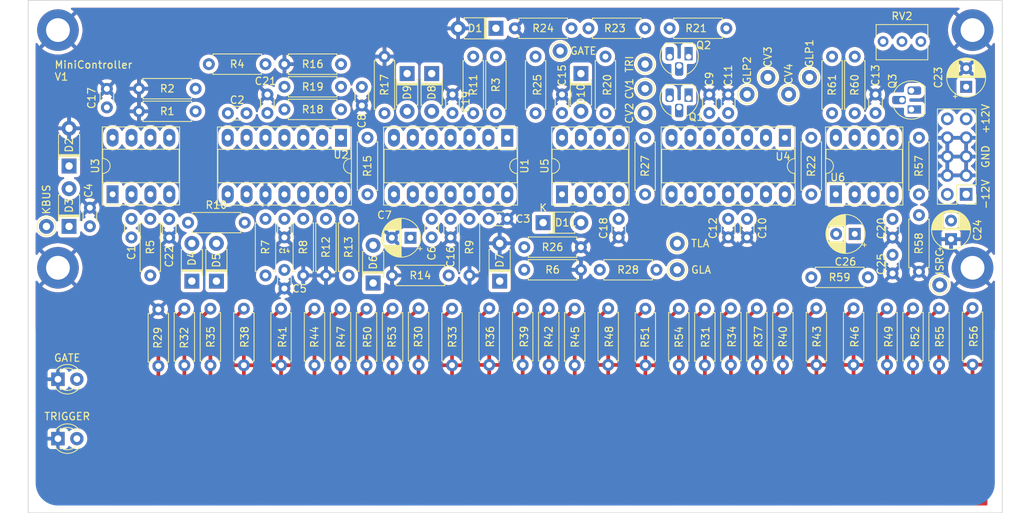
<source format=kicad_pcb>
(kicad_pcb (version 20221018) (generator pcbnew)
  (layers (0 "F.Cu" signal) (31 "B.Cu" signal) (34 "B.Paste" user) (35 "F.Paste" user) (36 "B.SilkS" user "B.Silkscreen") (37 "F.SilkS" user "F.Silkscreen") (38 "B.Mask" user) (39 "F.Mask" user) (44 "Edge.Cuts" user))
  (net 0 "")
  (net 1 "Net-(R60-Pad1)")
  (net 2 "+12V")
  (net 3 "GND")
  (net 4 "-12V")
  (net 5 "KBUS")
  (net 6 "Net-(Q2-D)")
  (net 7 "GLP2")
  (net 8 "Net-(U2A--)")
  (net 9 "Net-(D6-K)")
  (net 10 "Net-(D7-K)")
  (net 11 "Net-(D1-K)")
  (net 12 "Net-(D4-A)")
  (net 13 "Net-(D6-A)")
  (net 14 "Net-(D8-K)")
  (net 15 "Net-(D8-A)")
  (net 16 "Net-(D9-K)")
  (net 17 "Net-(D10-K)")
  (net 18 "Net-(D10-A)")
  (net 19 "Net-(D11-K)")
  (net 20 "Net-(D11-A)")
  (net 21 "TLA")
  (net 22 "GLA")
  (net 23 "CV1")
  (net 24 "CV2")
  (net 25 "CV3")
  (net 26 "CV4")
  (net 27 "GATE")
  (net 28 "TRIG")
  (net 29 "GLP1")
  (net 30 "Net-(Q2-S)")
  (net 31 "ISRC")
  (net 32 "K2")
  (net 33 "K3")
  (net 34 "K4")
  (net 35 "K5")
  (net 36 "K6")
  (net 37 "K7")
  (net 38 "K8")
  (net 39 "K9")
  (net 40 "K10")
  (net 41 "K11")
  (net 42 "K12")
  (net 43 "K13")
  (net 44 "K14")
  (net 45 "K15")
  (net 46 "K16")
  (net 47 "K17")
  (net 48 "K18")
  (net 49 "K19")
  (net 50 "K20")
  (net 51 "K21")
  (net 52 "K22")
  (net 53 "K23")
  (net 54 "K24")
  (net 55 "K25")
  (net 56 "K26")
  (net 57 "K27")
  (net 58 "K28")
  (net 59 "Net-(U1A-+)")
  (net 60 "Net-(U2B-+)")
  (net 61 "Net-(U2B--)")
  (net 62 "Net-(D5-A)")
  (net 63 "Net-(D4-K)")
  (net 64 "Net-(C6-Pad1)")
  (net 65 "Net-(U1B--)")
  (net 66 "Net-(U6-+)")
  (net 67 "Net-(U6--)")
  (net 68 "Net-(Q3-B)")
  (net 69 "Net-(D2-K)")
  (net 70 "Net-(Q1-D)")
  (net 71 "Net-(Q1-G)")
  (net 72 "Net-(Q3-C)")
  (net 73 "Net-(Q3-E)")
  (net 74 "Net-(U2C--)")
  (net 75 "Net-(U2D--)")
  (net 76 "Net-(R13-Pad1)")
  (net 77 "Net-(U2A-+)")
  (net 78 "Net-(U5B-+)")
  (footprint "Capacitor_THT:C_Disc_D3.0mm_W1.6mm_P2.50mm" (layer "F.Cu") (at 70.866 122.154 90)
    (fp_text reference "C8")
    (fp_text value "100nF")
  )
  (footprint "Package_DIP:DIP-8_W7.62mm_Socket_LongPads" (layer "F.Cu") (at 97.79 134.112 90)
    (fp_text reference "U5")
    (fp_text value "TL072")
  )
  (footprint "Capacitor_THT:C_Disc_D3.0mm_W1.6mm_P2.50mm" (layer "F.Cu") (at 142.24 139.934 90)
    (fp_text reference "C20")
    (fp_text value "100nF")
  )
  (footprint "Connector_Pin:Pin_D1.0mm_L10.0mm" (layer "F.Cu") (at 108.966 123.19)
    (fp_text reference "J3" hide)
    (fp_text value "Conn_01x01_Pin")
  )
  (footprint "Resistor_THT:R_Axial_DIN0207_L6.3mm_D2.5mm_P7.62mm_Horizontal" (layer "F.Cu") (at 85.344 137.414 -90)
    (fp_text reference "R9")
    (fp_text value "100K")
  )
  (footprint "Resistor_THT:R_Axial_DIN0207_L6.3mm_D2.5mm_P7.62mm_Horizontal" (layer "F.Cu") (at 145.796 134.112 90)
    (fp_text reference "R57")
    (fp_text value "39K")
  )
  (footprint "Capacitor_THT:C_Disc_D3.0mm_W1.6mm_P2.50mm" (layer "F.Cu") (at 60.452 146.792 90)
    (fp_text reference "C5")
    (fp_text value "470pF")
  )
  (footprint "Resistor_THT:R_Axial_DIN0207_L6.3mm_D2.5mm_P7.62mm_Horizontal" (layer "F.Cu") (at 131.318 145.288)
    (fp_text reference "R59")
    (fp_text value "1M")
  )
  (footprint "Diode_THT:D_T-1_P5.08mm_Horizontal" (layer "F.Cu") (at 89.408 145.796 90)
    (fp_text reference "D7")
    (fp_text value "1N914")
  )
  (footprint "Resistor_THT:R_Axial_DIN0207_L6.3mm_D2.5mm_P7.62mm_Horizontal" (layer "F.Cu") (at 99.5 149.5 -90)
    (fp_text reference "R45")
    (fp_text value "100R")
  )
  (footprint "Connector_Pin:Pin_D1.0mm_L10.0mm" (layer "F.Cu") (at 108.966 116.586)
    (fp_text reference "J7" hide)
    (fp_text value "Conn_01x01_Pin")
  )
  (footprint "MountingHole:MountingHole_3.2mm_M3_DIN965_Pad" (layer "F.Cu") (at 30 112)
    (fp_text reference "H3" hide)
    (fp_text value "MountingHole_Pad")
  )
  (footprint "Package_TO_SOT_THT:TO-92_HandSolder" (layer "F.Cu") (at 114.808 121.158 180)
    (fp_text reference "Q1")
    (fp_text value "2N5457")
  )
  (footprint "Resistor_THT:R_Axial_DIN0207_L6.3mm_D2.5mm_P7.62mm_Horizontal" (layer "F.Cu") (at 64.5 149.5 -90)
    (fp_text reference "R44")
    (fp_text value "100R")
  )
  (footprint "Capacitor_THT:C_Disc_D3.0mm_W1.6mm_P2.50mm" (layer "F.Cu") (at 44.958 139.934 90)
    (fp_text reference "C22")
    (fp_text value "100nF")
  )
  (footprint "Capacitor_THT:C_Disc_D3.0mm_W1.6mm_P2.50mm" (layer "F.Cu") (at 97.79 123.17 90)
    (fp_text reference "C15")
    (fp_text value "100nF")
  )
  (footprint "Package_TO_SOT_THT:TO-92_HandSolder" (layer "F.Cu") (at 144.78 122.682 90)
    (fp_text reference "Q3")
    (fp_text value "2N3906")
  )
  (footprint "Capacitor_THT:C_Disc_D3.0mm_W1.6mm_P2.50mm" (layer "F.Cu") (at 105.41 139.914 90)
    (fp_text reference "C18")
    (fp_text value "100nF")
  )
  (footprint "Diode_THT:D_T-1_P5.08mm_Horizontal" (layer "F.Cu") (at 31.496 138.43 90)
    (fp_text reference "D3")
    (fp_text value "1N914")
  )
  (footprint "Capacitor_THT:CP_Radial_D5.0mm_P2.50mm" (layer "F.Cu") (at 137.16 139.446 180)
    (fp_text reference "C26")
    (fp_text value "10nF")
  )
  (footprint "Capacitor_THT:C_Disc_D3.0mm_W1.6mm_P2.50mm" (layer "F.Cu") (at 117.602 123.17 90)
    (fp_text reference "C9")
    (fp_text value "10nF")
  )
  (footprint "Capacitor_THT:C_Disc_D3.0mm_W1.6mm_P2.50mm" (layer "F.Cu") (at 122.682 137.414 -90)
    (fp_text reference "C10")
    (fp_text value "100nF")
  )
  (footprint "Resistor_THT:R_Axial_DIN0207_L6.3mm_D2.5mm_P7.62mm_Horizontal" (layer "F.Cu") (at 50.5 149.5 -90)
    (fp_text reference "R35")
    (fp_text value "100R")
  )
  (footprint "Capacitor_THT:C_Disc_D3.0mm_W1.6mm_P2.50mm" (layer "F.Cu") (at 142.24 142.26 -90)
    (fp_text reference "C25")
    (fp_text value "100nF")
  )
  (footprint "Capacitor_THT:C_Disc_D3.0mm_W1.6mm_P2.50mm" (layer "F.Cu") (at 90.424 137.414 180)
    (fp_text reference "C3")
    (fp_text value "4.7nF")
  )
  (footprint "Resistor_THT:R_Axial_DIN0207_L6.3mm_D2.5mm_P7.62mm_Horizontal" (layer "F.Cu") (at 47.498 137.922)
    (fp_text reference "R10")
    (fp_text value "10k")
  )
  (footprint "Capacitor_THT:CP_Radial_D5.0mm_P2.50mm" (layer "F.Cu") (at 77.405113 139.954 180)
    (fp_text reference "C7")
    (fp_text value "10uF")
  )
  (footprint "Connector_Pin:Pin_D1.0mm_L10.0mm" (layer "F.Cu") (at 113.284 144.272)
    (fp_text reference "J10" hide)
    (fp_text value "Conn_01x01_Pin")
  )
  (footprint "LED_THT:LED_D3.0mm" (layer "F.Cu") (at 30 167)
    (fp_text reference "D12" hide)
    (fp_text value "TRIG")
  )
  (footprint "Capacitor_THT:C_Disc_D3.0mm_W1.6mm_P2.50mm" (layer "F.Cu") (at 39.878 137.414 -90)
    (fp_text reference "C1")
    (fp_text value "1nF")
  )
  (footprint "Connector_PinHeader_2.54mm:PinHeader_2x05_P2.54mm_Vertical" (layer "F.Cu") (at 152.146 134.112 180)
    (fp_text reference "J1" hide)
    (fp_text value "Conn_02x05_Odd_Even")
  )
  (footprint "Resistor_THT:R_Axial_DIN0207_L6.3mm_D2.5mm_P7.62mm_Horizontal" (layer "F.Cu") (at 137 149.46 -90)
    (fp_text reference "R46")
    (fp_text value "100R")
  )
  (footprint "Capacitor_THT:C_Disc_D3.0mm_W1.6mm_P2.50mm" (layer "F.Cu") (at 83.058 123.17 90)
    (fp_text reference "C19")
    (fp_text value "100nF")
  )
  (footprint "Resistor_THT:R_Axial_DIN0207_L6.3mm_D2.5mm_P7.62mm_Horizontal" (layer "F.Cu") (at 132 149.46 -90)
    (fp_text reference "R43")
    (fp_text value "100R")
  )
  (footprint "Resistor_THT:R_Axial_DIN0207_L6.3mm_D2.5mm_P7.62mm_Horizontal" (layer "F.Cu") (at 78.5 149.46 -90)
    (fp_text reference "R30")
    (fp_text value "100R")
  )
  (footprint "Potentiometer_THT:Potentiometer_Bourns_3266Y_Vertical" (layer "F.Cu") (at 146.05 113.538)
    (fp_text reference "RV2")
    (fp_text value "1K")
  )
  (footprint "Resistor_THT:R_Axial_DIN0207_L6.3mm_D2.5mm_P7.62mm_Horizontal" (layer "F.Cu") (at 82.55 145.034 180)
    (fp_text reference "R14")
    (fp_text value "200K")
  )
  (footprint "Capacitor_THT:C_Disc_D3.0mm_W1.6mm_P2.50mm" (layer "F.Cu") (at 120.142 139.914 90)
    (fp_text reference "C12")
    (fp_text value "100nF")
  )
  (footprint "Resistor_THT:R_Axial_DIN0207_L6.3mm_D2.5mm_P7.62mm_Horizontal" (layer "F.Cu") (at 60 149.5 -90)
    (fp_text reference "R41")
    (fp_text value "100R")
  )
  (footprint "Capacitor_THT:C_Disc_D3.0mm_W1.6mm_P2.50mm" (layer "F.Cu") (at 120.142 123.17 90)
    (fp_text reference "C11")
    (fp_text value "100nF")
  )
  (footprint "Diode_THT:D_T-1_P5.08mm_Horizontal" (layer "F.Cu") (at 100.33 117.856 -90)
    (fp_text reference "D10")
    (fp_text value "1N914")
  )
  (footprint "Diode_THT:D_T-1_P5.08mm_Horizontal" (layer "F.Cu") (at 88.9 111.76 180)
    (fp_text reference "D1")
    (fp_text value "1N914")
  )
  (footprint "Resistor_THT:R_Axial_DIN0207_L6.3mm_D2.5mm_P7.62mm_Horizontal" (layer "F.Cu") (at 57.912 137.414 -90)
    (fp_text reference "R7")
    (fp_text value "10k")
  )
  (footprint "Connector_Pin:Pin_D1.0mm_L10.0mm" (layer "F.Cu") (at 125.476 118.364)
    (fp_text reference "J4" hide)
    (fp_text value "Conn_01x01_Pin")
  )
  (footprint "Resistor_THT:R_Axial_DIN0207_L6.3mm_D2.5mm_P7.62mm_Horizontal" (layer "F.Cu") (at 94.234 115.57 -90)
    (fp_text reference "R25")
    (fp_text value "1K")
  )
  (footprint "Capacitor_THT:C_Disc_D3.0mm_W1.6mm_P2.50mm" (layer "F.Cu") (at 80.264 139.914 90)
    (fp_text reference "C6")
    (fp_text value "4.7nF")
  )
  (footprint "Capacitor_THT:C_Disc_D3.0mm_W1.6mm_P2.50mm" (layer "F.Cu") (at 34.29 138.41 90)
    (fp_text reference "C4")
    (fp_text value "470pF")
  )
  (footprint "Resistor_THT:R_Axial_DIN0207_L6.3mm_D2.5mm_P7.62mm_Horizontal" (layer "F.Cu") (at 148.5 149.46 -90)
    (fp_text reference "R55")
    (fp_text value "100R")
  )
  (footprint "Package_DIP:DIP-14_W7.62mm_Socket_LongPads" (layer "F.Cu") (at 68.072 126.492 -90)
    (fp_text reference "U2")
    (fp_text value "TL074")
  )
  (footprint "Resistor_THT:R_Axial_DIN0207_L6.3mm_D2.5mm_P7.62mm_Horizontal" (layer "F.Cu") (at 110.49 144.272 180)
    (fp_text reference "R28")
    (fp_text value "3K")
  )
  (footprint "Resistor_THT:R_Axial_DIN0207_L6.3mm_D2.5mm_P7.62mm_Horizontal" (layer "F.Cu") (at 109 149.5 -90)
    (fp_text reference "R51")
    (fp_text value "100R")
  )
  (footprint "Diode_THT:D_T-1_P5.08mm_Horizontal" (layer "F.Cu") (at 72.39 146.05 90)
    (fp_text reference "D6")
    (fp_text value "1N914")
  )
  (footprint "Diode_THT:D_T-1_P5.08mm_Horizontal" (layer "F.Cu") (at 48.006 145.796 90)
    (fp_text reference "D4")
    (fp_text value "1N914")
  )
  (footprint "Resistor_THT:R_Axial_DIN0207_L6.3mm_D2.5mm_P7.62mm_Horizontal" (layer "F.Cu") (at 88 149.46 -90)
    (fp_text reference "R36")
    (fp_text value "100R")
  )
  (footprint "Resistor_THT:R_Axial_DIN0207_L6.3mm_D2.5mm_P7.62mm_Horizontal" (layer "F.Cu") (at 85.852 123.19 90)
    (fp_text reference "R11")
    (fp_text value "100K")
  )
  (footprint "Capacitor_THT:C_Disc_D3.0mm_W1.6mm_P2.50mm" (layer "F.Cu") (at 139.954 123.17 90)
    (fp_text reference "C13")
    (fp_text value "100nF")
  )
  (footprint "Diode_THT:D_T-1_P5.08mm_Horizontal" (layer "F.Cu") (at 51.308 145.796 90)
    (fp_text reference "D5")
    (fp_text value "1N914")
  )
  (footprint "Resistor_THT:R_Axial_DIN0207_L6.3mm_D2.5mm_P7.62mm_Horizontal" (layer "F.Cu") (at 69.088 137.414 -90)
    (fp_text reference "R13")
    (fp_text value "20K")
  )
  (footprint "Resistor_THT:R_Axial_DIN0207_L6.3mm_D2.5mm_P7.62mm_Horizontal" (layer "F.Cu") (at 120.5 149.46 -90)
    (fp_text reference "R34")
    (fp_text value "100R")
  )
  (footprint "Connector_Pin:Pin_D1.0mm_L10.0mm" (layer "F.Cu") (at 108.966 119.888)
    (fp_text reference "J2" hide)
    (fp_text value "Conn_01x01_Pin")
  )
  (footprint "Package_TO_SOT_THT:TO-92_HandSolder" (layer "F.Cu") (at 114.808 115.57 180)
    (fp_text reference "Q2")
    (fp_text value "2N5457")
  )
  (footprint "Package_DIP:DIP-14_W7.62mm_Socket_LongPads" (layer "F.Cu") (at 127.762 126.492 -90)
    (fp_text reference "U4")
    (fp_text value "LF444")
  )
  (footprint "Resistor_THT:R_Axial_DIN0207_L6.3mm_D2.5mm_P7.62mm_Horizontal" (layer "F.Cu") (at 108.966 134.112 90)
    (fp_text reference "R27")
    (fp_text value "3K")
  )
  (footprint "Capacitor_THT:CP_Radial_D5.0mm_P2.50mm" (layer "F.Cu") (at 150.114 140.143113 90)
    (fp_text reference "C24")
    (fp_text value "10uF")
  )
  (footprint "Resistor_THT:R_Axial_DIN0207_L6.3mm_D2.5mm_P7.62mm_Horizontal" (layer "F.Cu") (at 75 149.5 -90)
    (fp_text reference "R53")
    (fp_text value "100R")
  )
  (footprint "Resistor_THT:R_Axial_DIN0207_L6.3mm_D2.5mm_P7.62mm_Horizontal" (layer "F.Cu") (at 68.072 122.682 180)
    (fp_text reference "R18")
    (fp_text value "1M")
  )
  (footprint "Resistor_THT:R_Axial_DIN0207_L6.3mm_D2.5mm_P7.62mm_Horizontal" (layer "F.Cu") (at 50.292 116.586)
    (fp_text reference "R4")
    (fp_text value "1M")
  )
  (footprint "Resistor_THT:R_Axial_DIN0207_L6.3mm_D2.5mm_P7.62mm_Horizontal" (layer "F.Cu") (at 71.5 149.5 -90)
    (fp_text reference "R50")
    (fp_text value "100R")
  )
  (footprint "Connector_Pin:Pin_D1.0mm_L10.0mm" (layer "F.Cu") (at 131.064 118.364)
    (fp_text reference "J8" hide)
    (fp_text value "Conn_01x01_Pin")
  )
  (footprint "Resistor_THT:R_Axial_DIN0207_L6.3mm_D2.5mm_P7.62mm_Horizontal" (layer "F.Cu") (at 48.514 122.936 180)
    (fp_text reference "R1")
    (fp_text value "30K")
  )
  (footprint "Resistor_THT:R_Axial_DIN0207_L6.3mm_D2.5mm_P7.62mm_Horizontal" (layer "F.Cu") (at 48.514 119.888 180)
    (fp_text reference "R2")
    (fp_text value "4.7K")
  )
  (footprint "Package_DIP:DIP-8_W7.62mm_Socket_LongPads" (layer "F.Cu") (at 37.348 134.102 90)
    (fp_text reference "U3")
    (fp_text value "TL072")
  )
  (footprint "Resistor_THT:R_Axial_DIN0207_L6.3mm_D2.5mm_P7.62mm_Horizontal" (layer "F.Cu") (at 92.71 144.272)
    (fp_text reference "R6")
    (fp_text value "300K")
  )
  (footprint "MountingHole:MountingHole_3.2mm_M3_DIN965_Pad" (layer "F.Cu") (at 153 144)
    (fp_text reference "H2" hide)
    (fp_text value "MountingHole_Pad")
  )
  (footprint "Capacitor_THT:C_Disc_D3.0mm_W1.6mm_P2.50mm" (layer "F.Cu") (at 55.352 123.19 180)
    (fp_text reference "C2")
    (fp_text value "22pF")
  )
  (footprint "Resistor_THT:R_Axial_DIN0207_L6.3mm_D2.5mm_P7.62mm_Horizontal" (layer "F.Cu") (at 117 149.5 -90)
    (fp_text reference "R31")
    (fp_text value "100R")
  )
  (footprint "Diode_THT:D_T-1_P5.08mm_Horizontal" (layer "F.Cu") (at 95.25 137.922)
    (fp_text reference "D11")
    (fp_text value "1N914")
  )
  (footprint "Connector_Pin:Pin_D1.0mm_L10.0mm" (layer "F.Cu") (at 128.27 120.65)
    (fp_text reference "J5" hide)
    (fp_text value "Conn_01x01_Pin")
  )
  (footprint "Resistor_THT:R_Axial_DIN0207_L6.3mm_D2.5mm_P7.62mm_Horizontal" (layer "F.Cu") (at 55 149.5 -90)
    (fp_text reference "R38")
    (fp_text value "100R")
  )
  (footprint "Resistor_THT:R_Axial_DIN0207_L6.3mm_D2.5mm_P7.62mm_Horizontal" (layer "F.Cu") (at 145.796 144.526 90)
    (fp_text reference "R58")
    (fp_text value "82K")
  )
  (footprint "Resistor_THT:R_Axial_DIN0207_L6.3mm_D2.5mm_P7.62mm_Horizontal" (layer "F.Cu") (at 153 149.42 -90)
    (fp_text reference "R56")
    (fp_text value "100R")
  )
  (footprint "Resistor_THT:R_Axial_DIN0207_L6.3mm_D2.5mm_P7.62mm_Horizontal" (layer "F.Cu") (at 127.5 149.46 -90)
    (fp_text reference "R40")
    (fp_text value "100R")
  )
  (footprint "Resistor_THT:R_Axial_DIN0207_L6.3mm_D2.5mm_P7.62mm_Horizontal" (layer "F.Cu") (at 137.16 115.57 -90)
    (fp_text reference "R60")
    (fp_text value "3.9K")
  )
  (footprint "Diode_THT:D_T-1_P5.08mm_Horizontal" (layer "F.Cu") (at 31.496 130.302 90)
    (fp_text reference "D2")
    (fp_text value "1N914")
  )
  (footprint "Resistor_THT:R_Axial_DIN0207_L6.3mm_D2.5mm_P7.62mm_Horizontal" (layer "F.Cu") (at 43.5 149.606 -90)
    (fp_text reference "R29")
    (fp_text value "100R")
  )
  (footprint "Connector_Pin:Pin_D1.0mm_L10.0mm" (layer "F.Cu") (at 28.448 138.43)
    (fp_text reference "J12" hide)
    (fp_text value "Conn_01x01_Pin")
  )
  (footprint "Resistor_THT:R_Axial_DIN0207_L6.3mm_D2.5mm_P7.62mm_Horizontal" (layer "F.Cu") (at 92.5 149.46 -90)
    (fp_text reference "R39")
    (fp_text value "100R")
  )
  (footprint "Connector_Pin:Pin_D1.0mm_L10.0mm" (layer "F.Cu") (at 122.682 120.65)
    (fp_text reference "J9" hide)
    (fp_text value "Conn_01x01_Pin")
  )
  (footprint "Package_DIP:DIP-8_W7.62mm_Socket_LongPads" (layer "F.Cu") (at 134.62 134.112 90)
    (fp_text reference "U6")
    (fp_text value "TL071")
  )
  (footprint "Capacitor_THT:C_Disc_D3.0mm_W1.6mm_P2.50mm" (layer "F.Cu") (at 60.452 139.914 90)
    (fp_text reference "C14")
    (fp_text value "100nF")
  )
  (footprint "Resistor_THT:R_Axial_DIN0207_L6.3mm_D2.5mm_P7.62mm_Horizontal" (layer "F.Cu") (at 113.5 149.5 -90)
    (fp_text reference "R54")
    (fp_text value "100R")
  )
  (footprint "Resistor_THT:R_Axial_DIN0207_L6.3mm_D2.5mm_P7.62mm_Horizontal" (layer "F.Cu") (at 141.5 149.46 -90)
    (fp_text reference "R49")
    (fp_text value "100R")
  )
  (footprint "Resistor_THT:R_Axial_DIN0207_L6.3mm_D2.5mm_P7.62mm_Horizontal" (layer "F.Cu") (at 47 149.5 -90)
    (fp_text reference "R32")
    (fp_text value "100R")
  )
  (footprint "Resistor_THT:R_Axial_DIN0207_L6.3mm_D2.5mm_P7.62mm_Horizontal" (layer "F.Cu") (at 96 149.46 -90)
    (fp_text reference "R42")
    (fp_text value "100R")
  )
  (footprint "Resistor_THT:R_Axial_DIN0207_L6.3mm_D2.5mm_P7.62mm_Horizontal" (layer "F.Cu") (at 68 149.5 -90)
    (fp_text reference "R47")
    (fp_text value "100R")
  )
  (footprint "Capacitor_THT:C_Disc_D3.0mm_W1.6mm_P2.50mm" (layer "F.Cu") (at 36.576 122.408 90)
    (fp_text reference "C17")
    (fp_text value "100nF")
  )
  (footprint "Resistor_THT:R_Axial_DIN0207_L6.3mm_D2.5mm_P7.62mm_Horizontal" (layer "F.Cu") (at 68.072 116.586 180)
    (fp_text reference "R16")
    (fp_text value "150K")
  )
  (footprint "Resistor_THT:R_Axial_DIN0207_L6.3mm_D2.5mm_P7.62mm_Horizontal" (layer "F.Cu") (at 108.966 111.76 180)
    (fp_text reference "R23")
    (fp_text value "1K")
  )
  (footprint "Connector_Pin:Pin_D1.0mm_L10.0mm" (layer "F.Cu") (at 113.284 140.716)
    (fp_text reference "J11" hide)
    (fp_text value "Conn_01x01_Pin")
  )
  (footprint "Resistor_THT:R_Axial_DIN0207_L6.3mm_D2.5mm_P7.62mm_Horizontal" (layer "F.Cu") (at 66.04 137.414 -90)
    (fp_text reference "R12")
    (fp_text value "10K")
  )
  (footprint "Resistor_THT:R_Axial_DIN0207_L6.3mm_D2.5mm_P7.62mm_Horizontal" (layer "F.Cu") (at 73.914 123.19 90)
    (fp_text reference "R17")
    (fp_text value "47K")
  )
  (footprint "Resistor_THT:R_Axial_DIN0207_L6.3mm_D2.5mm_P7.62mm_Horizontal" (layer "F.Cu") (at 103.632 115.57 -90)
    (fp_text reference "R20")
    (fp_text value "39K")
  )
  (footprint "Resistor_THT:R_Axial_DIN0207_L6.3mm_D2.5mm_P7.62mm_Horizontal" (layer "F.Cu") (at 124 149.46 -90)
    (fp_text reference "R37")
    (fp_text value "100R")
  )
  (footprint "Resistor_THT:R_Axial_DIN0207_L6.3mm_D2.5mm_P7.62mm_Horizontal" (layer "F.Cu") (at 104 149.46 -90)
    (fp_text reference "R48")
    (fp_text value "100R")
  )
  (footprint "Resistor_THT:R_Axial_DIN0207_L6.3mm_D2.5mm_P7.62mm_Horizontal" (layer "F.Cu") (at 100.33 141.224 180)
    (fp_text reference "R26")
    (fp_text value "20K")
  )
  (footprint "Resistor_THT:R_Axial_DIN0207_L6.3mm_D2.5mm_P7.62mm_Horizontal" (layer "F.Cu") (at 71.628 126.492 -90)
    (fp_text reference "R15")
    (fp_text value "100k")
  )
  (footprint "Resistor_THT:R_Axial_DIN0207_L6.3mm_D2.5mm_P7.62mm_Horizontal" (layer "F.Cu") (at 134.112 123.19 90)
    (fp_text reference "R61")
    (fp_text value "3.9K")
  )
  (footprint "MountingHole:MountingHole_3.2mm_M3_DIN965_Pad" (layer "F.Cu") (at 30 144)
    (fp_text reference "H1" hide)
    (fp_text value "MountingHole_Pad")
  )
  (footprint "LED_THT:LED_D3.0mm" (layer "F.Cu") (at 30 159)
    (fp_text reference "D13" hide)
    (fp_text value "GATE")
  )
  (footprint "Resistor_THT:R_Axial_DIN0207_L6.3mm_D2.5mm_P7.62mm_Horizontal" (layer "F.Cu") (at 131.318 134.112 90)
    (fp_text reference "R22")
    (fp_text value "20R")
  )
  (footprint "Connector_Pin:Pin_D1.0mm_L10.0mm" (layer "F.Cu") (at 97.536 114.808)
    (fp_text reference "J6" hide)
    (fp_text value "Conn_01x01_Pin")
  )
  (footprint "Diode_THT:D_T-1_P5.08mm_Horizontal" (layer "F.Cu") (at 80.264 117.856 -90)
    (fp_text reference "D8")
    (fp_text value "1N914")
  )
  (footprint "Capacitor_THT:C_Disc_D3.0mm_W1.6mm_P2.50mm" (layer "F.Cu") (at 58.166 123.17 90)
    (fp_text reference "C21")
    (fp_text value "100nF")
  )
  (footprint "Connector_Pin:Pin_D1.0mm_L10.0mm" (layer "F.Cu") (at 148.59 146.304)
    (fp_text reference "J13" hide)
    (fp_text value "Conn_01x01_Pin")
  )
  (footprint "Resistor_THT:R_Axial_DIN0207_L6.3mm_D2.5mm_P7.62mm_Horizontal" (layer "F.Cu") (at 88.9 123.19 90)
    (fp_text reference "R3")
    (fp_text value "1M")
  )
  (footprint "Resistor_THT:R_Axial_DIN0207_L6.3mm_D2.5mm_P7.62mm_Horizontal" (layer "F.Cu") (at 42.418 137.414 -90)
    (fp_text reference "R5")
    (fp_text value "1M")
  )
  (footprint "Capacitor_THT:CP_Radial_D5.0mm_P2.50mm" (layer "F.Cu") (at 152.146 119.634 90)
    (fp_text reference "C23")
    (fp_text value "10uF")
  )
  (footprint "MountingHole:MountingHole_3.2mm_M3_DIN965_Pad" (layer "F.Cu") (at 153 112)
    (fp_text reference "H4" hide)
    (fp_text value "MountingHole_Pad")
  )
  (footprint "Resistor_THT:R_Axial_DIN0207_L6.3mm_D2.5mm_P7.62mm_Horizontal" (layer "F.Cu") (at 91.44 111.76)
    (fp_text reference "R24")
    (fp_text value "20K")
  )
  (footprint "Capacitor_THT:C_Disc_D3.0mm_W1.6mm_P2.50mm" (layer "F.Cu") (at 82.804 139.914 90)
    (fp_text reference "C16")
    (fp_text value "100nF")
  )
  (footprint "Diode_THT:D_T-1_P5.08mm_Horizontal" (layer "F.Cu") (at 76.962 117.856 -90)
    (fp_text reference "D9")
    (fp_text value "1N914")
  )
  (footprint "Resistor_THT:R_Axial_DIN0207_L6.3mm_D2.5mm_P7.62mm_Horizontal" (layer "F.Cu") (at 62.992 137.414 -90)
    (fp_text reference "R8")
    (fp_text value "1M")
  )
  (footprint "Resistor_THT:R_Axial_DIN0207_L6.3mm_D2.5mm_P7.62mm_Horizontal" (layer "F.Cu") (at 60.452 119.634)
    (fp_text reference "R19")
    (fp_text value "100K")
  )
  (footprint "Package_DIP:DIP-14_W7.62mm_Socket_LongPads" (layer "F.Cu") (at 90.424 126.492 -90)
    (fp_text reference "U1")
    (fp_text value "TL074")
  )
  (footprint "Resistor_THT:R_Axial_DIN0207_L6.3mm_D2.5mm_P7.62mm_Horizontal" (layer "F.Cu") (at 83 149.5 -90)
    (fp_text reference "R33")
    (fp_text value "100R")
  )
  (footprint "Resistor_THT:R_Axial_DIN0207_L6.3mm_D2.5mm_P7.62mm_Horizontal" (layer "F.Cu") (at 145 149.46 -90)
    (fp_text reference "R52")
    (fp_text value "100R")
  )
  (footprint "Resistor_THT:R_Axial_DIN0207_L6.3mm_D2.5mm_P7.62mm_Horizontal" (layer "F.Cu") (at 112.268 111.76)
    (fp_text reference "R21")
    (fp_text value "200K")
  )
  (gr_rect (start 26 108) (end 157 177) (stroke (width 0.1)) (fill none) (layer "Edge.Cuts"))
  (gr_text "TRIGGER" (at 31.242 164.592) (layer "F.SilkS") (effects (font (size 1 1)) (justify bottom)))
  (gr_text "ISRC" (at 148.59 145.053001 90) (layer "F.SilkS") (effects (font (size 1 1)) (justify left)))
  (gr_text "GLP2" (at 122.682 119.399001 90) (layer "F.SilkS") (effects (font (size 1 1)) (justify left)))
  (gr_text "+12V" (at 154.178 123.952 90) (layer "F.SilkS") (effects (font (size 1 1)) (justify top)))
  (gr_text "CV4" (at 128.27 119.399001 90) (layer "F.SilkS") (effects (font (size 1 1)) (justify left)))
  (gr_text "GLP1" (at 131.064 117.113001 90) (layer "F.SilkS") (effects (font (size 1 1)) (justify left)))
  (gr_text "GLA" (at 115.062 144.272) (layer "F.SilkS") (effects (font (size 1 1)) (justify left)))
  (gr_text "GATE" (at 31.242 156.718) (layer "F.SilkS") (effects (font (size 1 1)) (justify bottom)))
  (gr_text "CV3" (at 125.476 117.113001 90) (layer "F.SilkS") (effects (font (size 1 1)) (justify left)))
  (gr_text "GND" (at 154.178 129.032 90) (layer "F.SilkS") (effects (font (size 1 1)) (justify top)))
  (gr_text "CV2" (at 107.442 123.19 90) (layer "F.SilkS") (effects (font (size 1 1)) (justify bottom)))
  (gr_text "-12V" (at 154.178 134.112 90) (layer "F.SilkS") (effects (font (size 1 1)) (justify top)))
  (gr_text "KBUS" (at 28.448 136.906 90) (layer "F.SilkS") (effects (font (size 1 1)) (justify left)))
  (gr_text "TRI" (at 107.442 116.586 90) (layer "F.SilkS") (effects (font (size 1 1)) (justify bottom)))
  (gr_text "MiniController\nV1" (at 29.464 118.872) (layer "F.SilkS") (effects (font (size 1 1)) (justify left bottom)))
  (gr_text "GATE" (at 98.786999 114.808) (layer "F.SilkS") (effects (font (size 1 1)) (justify left)))
  (gr_text "CV1" (at 107.442 119.888 90) (layer "F.SilkS") (effects (font (size 1 1)) (justify bottom)))
  (gr_text "TLA" (at 115.062 140.716) (layer "F.SilkS") (effects (font (size 1 1)) (justify left)))
  (segment (start 43.5 157.226) (end 43.5 153) (width 0.5) (layer "F.Cu") (net 32))
  (segment (start 43.5 153) (end 47 149.5) (width 0.5) (layer "F.Cu") (net 32))
  (segment (start 47 153) (end 50.5 149.5) (width 0.5) (layer "F.Cu") (net 33))
  (segment (start 47 157.12) (end 47 153) (width 0.5) (layer "F.Cu") (net 33))
  (segment (start 50.5 157.12) (end 50.5 154) (width 0.5) (layer "F.Cu") (net 34))
  (segment (start 50.5 154) (end 55 149.5) (width 0.5) (layer "F.Cu") (net 34))
  (segment (start 55 154.5) (end 60 149.5) (width 0.5) (layer "F.Cu") (net 35))
  (segment (start 55 157.12) (end 55 154.5) (width 0.5) (layer "F.Cu") (net 35))
  (segment (start 60 154) (end 64.206117 149.793883) (width 0.5) (layer "F.Cu") (net 36))
  (segment (start 60 157.12) (end 60 154) (width 0.5) (layer "F.Cu") (net 36))
  (segment (start 64.5 153) (end 68 149.5) (width 0.5) (layer "F.Cu") (net 37))
  (segment (start 64.5 157.12) (end 64.5 153) (width 0.5) (layer "F.Cu") (net 37))
  (segment (start 68 157.12) (end 68 153) (width 0.5) (layer "F.Cu") (net 38))
  (segment (start 68 153) (end 71.5 149.5) (width 0.5) (layer "F.Cu") (net 38))
  (segment (start 71.5 153) (end 75 149.5) (width 0.5) (layer "F.Cu") (net 39))
  (segment (start 71.5 157.12) (end 71.5 153) (width 0.5) (layer "F.Cu") (net 39))
  (segment (start 75 157.12) (end 75 152.96) (width 0.5) (layer "F.Cu") (net 40))
  (segment (start 75 152.96) (end 78.5 149.46) (width 0.5) (layer "F.Cu") (net 40))
  (segment (start 78.5 154) (end 83 149.5) (width 0.5) (layer "F.Cu") (net 41))
  (segment (start 78.5 157.08) (end 78.5 154) (width 0.5) (layer "F.Cu") (net 41))
  (segment (start 83 154.46) (end 88 149.46) (width 0.5) (layer "F.Cu") (net 42))
  (segment (start 83 157.12) (end 83 154.46) (width 0.5) (layer "F.Cu") (net 42))
  (segment (start 88 153.96) (end 92.5 149.46) (width 0.5) (layer "F.Cu") (net 43))
  (segment (start 88 157.08) (end 88 153.96) (width 0.5) (layer "F.Cu") (net 43))
  (segment (start 92.5 152.96) (end 96 149.46) (width 0.5) (layer "F.Cu") (net 44))
  (segment (start 92.5 157.08) (end 92.5 152.96) (width 0.5) (layer "F.Cu") (net 44))
  (segment (start 96 157.08) (end 96 153) (width 0.5) (layer "F.Cu") (net 45))
  (segment (start 96 153) (end 99.5 149.5) (width 0.5) (layer "F.Cu") (net 45))
  (segment (start 99.5 157.12) (end 99.5 153.96) (width 0.5) (layer "F.Cu") (net 46))
  (segment (start 99.5 153.96) (end 104 149.46) (width 0.5) (layer "F.Cu") (net 46))
  (segment (start 104 157.08) (end 104 154.5) (width 0.5) (layer "F.Cu") (net 47))
  (segment (start 104 154.5) (end 109 149.5) (width 0.5) (layer "F.Cu") (net 47))
  (segment (start 109 157.12) (end 109 154) (width 0.5) (layer "F.Cu") (net 48))
  (segment (start 109 154) (end 113.5 149.5) (width 0.5) (layer "F.Cu") (net 48))
  (segment (start 113.5 153) (end 117 149.5) (width 0.5) (layer "F.Cu") (net 49))
  (segment (start 113.5 157.12) (end 113.5 153) (width 0.5) (layer "F.Cu") (net 49))
  (segment (start 117 152.96) (end 120.5 149.46) (width 0.5) (layer "F.Cu") (net 50))
  (segment (start 117 157.12) (end 117 152.96) (width 0.5) (layer "F.Cu") (net 50))
  (segment (start 120.5 152.96) (end 124 149.46) (width 0.5) (layer "F.Cu") (net 51))
  (segment (start 120.5 157.08) (end 120.5 152.96) (width 0.5) (layer "F.Cu") (net 51))
  (segment (start 124 157.08) (end 124 152.96) (width 0.5) (layer "F.Cu") (net 52))
  (segment (start 124 152.96) (end 127.5 149.46) (width 0.5) (layer "F.Cu") (net 52))
  (segment (start 127.5 153.96) (end 132 149.46) (width 0.5) (layer "F.Cu") (net 53))
  (segment (start 127.5 157.08) (end 127.5 153.96) (width 0.5) (layer "F.Cu") (net 53))
  (segment (start 132 154.46) (end 137 149.46) (width 0.5) (layer "F.Cu") (net 54))
  (segment (start 132 157.08) (end 132 154.46) (width 0.5) (layer "F.Cu") (net 54))
  (segment (start 137 153.96) (end 141.5 149.46) (width 0.5) (layer "F.Cu") (net 55))
  (segment (start 137 157.08) (end 137 153.96) (width 0.5) (layer "F.Cu") (net 55))
  (segment (start 141.5 157.08) (end 141.5 152.96) (width 0.5) (layer "F.Cu") (net 56))
  (segment (start 141.5 152.96) (end 145 149.46) (width 0.5) (layer "F.Cu") (net 56))
  (segment (start 145 157.08) (end 145 152.96) (width 0.5) (layer "F.Cu") (net 57))
  (segment (start 145 152.96) (end 148.5 149.46) (width 0.5) (layer "F.Cu") (net 57))
  (segment (start 148.5 157.08) (end 148.5 153.92) (width 0.5) (layer "F.Cu") (net 58))
  (segment (start 148.5 153.92) (end 153 149.42) (width 0.5) (layer "F.Cu") (net 58))
  (zone (net 42) (net_name "K12") (layer "F.Cu") (priority 3) (connect_pads (clearance 0.5)) (min_thickness 0.25) (fill yes (thermal_gap 0.5) (thermal_bridge_width 0.5))
    (polygon (pts (xy 81 156) (xy 81 165) (xy 79 165) (xy 79 176) (xy 85 176) (xy 85 156)))
  )
  (zone (net 46) (net_name "K16") (layer "F.Cu") (priority 1) (connect_pads (clearance 0.5)) (min_thickness 0.25) (fill yes (thermal_gap 0.5) (thermal_bridge_width 0.5))
    (polygon (pts (xy 98 156) (xy 98 164) (xy 101 164) (xy 101 156)))
  )
  (zone (net 45) (net_name "K15") (layer "F.Cu") (priority 2) (connect_pads (clearance 0.5)) (min_thickness 0.25) (fill yes (thermal_gap 0.5) (thermal_bridge_width 0.5))
    (polygon (pts (xy 95 156) (xy 95 165) (xy 93 165) (xy 93 176) (xy 99 176) (xy 99 165) (xy 97 165) (xy 97 156)))
  )
  (zone (net 31) (net_name "ISRC") (layer "F.Cu") (priority 3) (connect_pads (clearance 0.5)) (min_thickness 0.25) (fill yes (thermal_gap 0.5) (thermal_bridge_width 0.5))
    (polygon (pts (xy 151 156) (xy 151 165) (xy 149 165) (xy 149 176) (xy 155 176) (xy 155 156)))
  )
  (zone (net 54) (net_name "K24") (layer "F.Cu") (priority 3) (connect_pads (clearance 0.5)) (min_thickness 0.25) (fill yes (thermal_gap 0.5) (thermal_bridge_width 0.5))
    (polygon (pts (xy 130 156) (xy 130 165) (xy 128 165) (xy 128 176) (xy 134 176) (xy 134 156)))
  )
  (zone (net 35) (net_name "K5") (layer "F.Cu") (priority 3) (connect_pads (clearance 0.5)) (min_thickness 0.25) (fill yes (thermal_gap 0.5) (thermal_bridge_width 0.5))
    (polygon (pts (xy 53 156) (xy 53 165) (xy 51 165) (xy 51 176) (xy 57 176) (xy 57 156)))
  )
  (zone (net 37) (net_name "K7") (layer "F.Cu") (priority 1) (connect_pads (clearance 0.5)) (min_thickness 0.25) (fill yes (thermal_gap 0.5) (thermal_bridge_width 0.5))
    (polygon (pts (xy 63 156) (xy 63 164) (xy 66 164) (xy 66 156)))
  )
  (zone (net 51) (net_name "K21") (layer "F.Cu") (priority 1) (connect_pads (clearance 0.5)) (min_thickness 0.25) (fill yes (thermal_gap 0.5) (thermal_bridge_width 0.5))
    (polygon (pts (xy 119 156) (xy 119 164) (xy 122 164) (xy 122 156)))
  )
  (zone (net 34) (net_name "K4") (layer "F.Cu") (priority 1) (connect_pads (clearance 0.5)) (min_thickness 0.25) (fill yes (thermal_gap 0.5) (thermal_bridge_width 0.5))
    (polygon (pts (xy 49 156) (xy 49 164) (xy 52 164) (xy 52 156)))
  )
  (zone (net 49) (net_name "K19") (layer "F.Cu") (priority 1) (connect_pads (clearance 0.5)) (min_thickness 0.25) (fill yes (thermal_gap 0.5) (thermal_bridge_width 0.5))
    (polygon (pts (xy 112 156) (xy 112 164) (xy 115 164) (xy 115 156)))
  )
  (zone (net 55) (net_name "K25") (layer "F.Cu") (connect_pads (clearance 0.5)) (min_thickness 0.25) (fill yes (thermal_gap 0.5) (thermal_bridge_width 0.5))
    (polygon (pts (xy 135 156) (xy 135 176) (xy 141 176) (xy 141 165) (xy 139 165) (xy 139 156)))
  )
  (zone (net 33) (net_name "K3") (layer "F.Cu") (priority 2) (connect_pads (clearance 0.5)) (min_thickness 0.25) (fill yes (thermal_gap 0.5) (thermal_bridge_width 0.5))
    (polygon (pts (xy 46 156) (xy 46 165) (xy 44 165) (xy 44 176) (xy 50 176) (xy 50 165) (xy 48 165) (xy 48 156)))
  )
  (zone (net 52) (net_name "K22") (layer "F.Cu") (priority 2) (connect_pads (clearance 0.5)) (min_thickness 0.25) (fill yes (thermal_gap 0.5) (thermal_bridge_width 0.5))
    (polygon (pts (xy 123 156) (xy 123 165) (xy 121 165) (xy 121 176) (xy 127 176) (xy 127 165) (xy 125 165) (xy 125 156)))
  )
  (zone (net 3) (net_name "GND") (layer "F.Cu") (priority 5) (connect_pads (clearance 0.5)) (min_thickness 0.25) (fill yes (thermal_gap 0.5) (thermal_bridge_width 0.5) (smoothing fillet) (radius 3))
    (polygon (pts (xy 27 109) (xy 27 155) (xy 156 155) (xy 156 109)))
  )
  (zone (net 44) (net_name "K14") (layer "F.Cu") (priority 1) (connect_pads (clearance 0.5)) (min_thickness 0.25) (fill yes (thermal_gap 0.5) (thermal_bridge_width 0.5))
    (polygon (pts (xy 91 156) (xy 91 164) (xy 94 164) (xy 94 156)))
  )
  (zone (net 3) (net_name "GND") (layer "F.Cu") (connect_pads (clearance 0.5)) (min_thickness 0.25) (fill yes (thermal_gap 0.5) (thermal_bridge_width 0.5))
    (polygon (pts (xy 37 156) (xy 37 176) (xy 43 176) (xy 43 165) (xy 41 165) (xy 41 156)))
  )
  (zone (net 39) (net_name "K9") (layer "F.Cu") (priority 1) (connect_pads (clearance 0.5)) (min_thickness 0.25) (fill yes (thermal_gap 0.5) (thermal_bridge_width 0.5))
    (polygon (pts (xy 70 156) (xy 70 164) (xy 73 164) (xy 73 156)))
  )
  (zone (net 36) (net_name "K6") (layer "F.Cu") (connect_pads (clearance 0.5)) (min_thickness 0.25) (fill yes (thermal_gap 0.5) (thermal_bridge_width 0.5))
    (polygon (pts (xy 58 156) (xy 58 176) (xy 64 176) (xy 64 165) (xy 62 165) (xy 62 156)))
  )
  (zone (net 57) (net_name "K27") (layer "F.Cu") (priority 2) (connect_pads (clearance 0.5)) (min_thickness 0.25) (fill yes (thermal_gap 0.5) (thermal_bridge_width 0.5))
    (polygon (pts (xy 144 156) (xy 144 165) (xy 142 165) (xy 142 176) (xy 148 176) (xy 148 165) (xy 146 165) (xy 146 156)))
  )
  (zone (net 32) (net_name "K2") (layer "F.Cu") (priority 1) (connect_pads (clearance 0.5)) (min_thickness 0.25) (fill yes (thermal_gap 0.5) (thermal_bridge_width 0.5))
    (polygon (pts (xy 42 156) (xy 42 164) (xy 45 164) (xy 45 156)))
  )
  (zone (net 40) (net_name "K10") (layer "F.Cu") (priority 2) (connect_pads (clearance 0.5)) (min_thickness 0.25) (fill yes (thermal_gap 0.5) (thermal_bridge_width 0.5))
    (polygon (pts (xy 74 156) (xy 74 165) (xy 72 165) (xy 72 176) (xy 78 176) (xy 78 165) (xy 76 165) (xy 76 156)))
  )
  (zone (net 47) (net_name "K17") (layer "F.Cu") (priority 3) (connect_pads (clearance 0.5)) (min_thickness 0.25) (fill yes (thermal_gap 0.5) (thermal_bridge_width 0.5))
    (polygon (pts (xy 102 156) (xy 102 165) (xy 100 165) (xy 100 176) (xy 106 176) (xy 106 156)))
  )
  (zone (net 38) (net_name "K8") (layer "F.Cu") (priority 2) (connect_pads (clearance 0.5)) (min_thickness 0.25) (fill yes (thermal_gap 0.5) (thermal_bridge_width 0.5))
    (polygon (pts (xy 67 156) (xy 67 165) (xy 65 165) (xy 65 176) (xy 71 176) (xy 71 165) (xy 69 165) (xy 69 156)))
  )
  (zone (net 53) (net_name "K23") (layer "F.Cu") (priority 1) (connect_pads (clearance 0.5)) (min_thickness 0.25) (fill yes (thermal_gap 0.5) (thermal_bridge_width 0.5))
    (polygon (pts (xy 126 156) (xy 126 164) (xy 129 164) (xy 129 156)))
  )
  (zone (net 43) (net_name "K13") (layer "F.Cu") (connect_pads (clearance 0.5)) (min_thickness 0.25) (fill yes (thermal_gap 0.5) (thermal_bridge_width 0.5))
    (polygon (pts (xy 86 156) (xy 86 176) (xy 92 176) (xy 92 165) (xy 90 165) (xy 90 156)))
  )
  (zone (net 58) (net_name "K28") (layer "F.Cu") (priority 1) (connect_pads (clearance 0.5)) (min_thickness 0.25) (fill yes (thermal_gap 0.5) (thermal_bridge_width 0.5))
    (polygon (pts (xy 147 156) (xy 147 164) (xy 150 164) (xy 150 156)))
  )
  (zone (net 41) (net_name "K11") (layer "F.Cu") (priority 1) (connect_pads (clearance 0.5)) (min_thickness 0.25) (fill yes (thermal_gap 0.5) (thermal_bridge_width 0.5))
    (polygon (pts (xy 77 156) (xy 77 164) (xy 80 164) (xy 80 156)))
  )
  (zone (net 56) (net_name "K26") (layer "F.Cu") (priority 1) (connect_pads (clearance 0.5)) (min_thickness 0.25) (fill yes (thermal_gap 0.5) (thermal_bridge_width 0.5))
    (polygon (pts (xy 140 156) (xy 140 164) (xy 143 164) (xy 143 156)))
  )
  (zone (net 48) (net_name "K18") (layer "F.Cu") (connect_pads (clearance 0.5)) (min_thickness 0.25) (fill yes (thermal_gap 0.5) (thermal_bridge_width 0.5))
    (polygon (pts (xy 107 156) (xy 107 176) (xy 113 176) (xy 113 165) (xy 111 165) (xy 111 156)))
  )
  (zone (net 50) (net_name "K20") (layer "F.Cu") (priority 2) (connect_pads (clearance 0.5)) (min_thickness 0.25) (fill yes (thermal_gap 0.5) (thermal_bridge_width 0.5))
    (polygon (pts (xy 116 156) (xy 116 165) (xy 114 165) (xy 114 176) (xy 120 176) (xy 120 165) (xy 118 165) (xy 118 156)))
  )
  (zone (net 3) (net_name "GND") (layer "B.Cu") (priority 4) (connect_pads (clearance 0.5)) (min_thickness 0.25) (fill yes (thermal_gap 0.5) (thermal_bridge_width 0.5) (smoothing fillet) (radius 3))
    (polygon (pts (xy 27 109) (xy 27 176) (xy 156 176) (xy 156 109)))
  )
)
</source>
